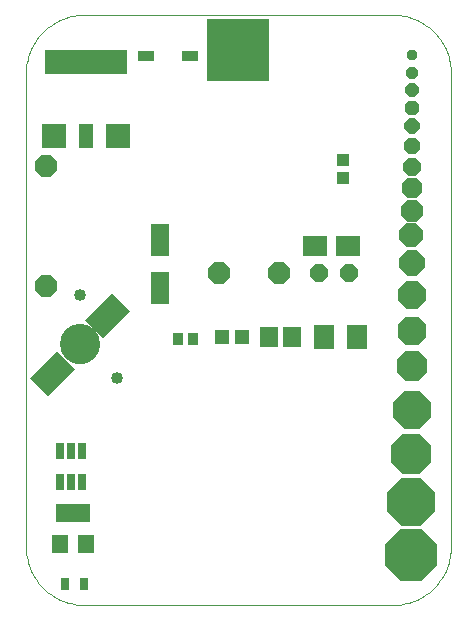
<source format=gts>
G75*
G70*
%OFA0B0*%
%FSLAX24Y24*%
%IPPOS*%
%LPD*%
%AMOC8*
5,1,8,0,0,1.08239X$1,22.5*
%
%ADD10C,0.0004*%
%ADD11OC8,0.0740*%
%ADD12R,0.0395X0.0395*%
%ADD13R,0.0356X0.0434*%
%ADD14R,0.0513X0.0474*%
%ADD15R,0.0592X0.0671*%
%ADD16R,0.0710X0.0789*%
%ADD17R,0.0848X0.0671*%
%ADD18R,0.0297X0.0552*%
%ADD19R,0.1182X0.0631*%
%ADD20R,0.0552X0.0631*%
%ADD21R,0.0828X0.0828*%
%ADD22R,0.0513X0.0828*%
%ADD23R,0.2718X0.0828*%
%ADD24R,0.0552X0.0356*%
%ADD25R,0.0316X0.0395*%
%ADD26OC8,0.0600*%
%ADD27R,0.0631X0.1104*%
%ADD28C,0.0000*%
%ADD29C,0.1340*%
%ADD30R,0.1280X0.0840*%
%ADD31C,0.0398*%
%ADD32R,0.2055X0.2055*%
%ADD33OC8,0.1740*%
%ADD34OC8,0.1582*%
%ADD35OC8,0.1346*%
%ADD36OC8,0.1261*%
%ADD37OC8,0.1025*%
%ADD38OC8,0.0966*%
%ADD39OC8,0.0907*%
%ADD40OC8,0.0848*%
%ADD41OC8,0.0789*%
%ADD42OC8,0.0730*%
%ADD43OC8,0.0671*%
%ADD44OC8,0.0611*%
%ADD45OC8,0.0555*%
%ADD46OC8,0.0516*%
%ADD47OC8,0.0476*%
%ADD48OC8,0.0437*%
%ADD49OC8,0.0397*%
%ADD50OC8,0.0358*%
D10*
X000302Y002170D02*
X000302Y005713D01*
X000302Y017918D01*
X000304Y018012D01*
X000311Y018105D01*
X000322Y018198D01*
X000338Y018291D01*
X000358Y018382D01*
X000382Y018473D01*
X000410Y018562D01*
X000443Y018650D01*
X000480Y018736D01*
X000521Y018820D01*
X000566Y018903D01*
X000615Y018983D01*
X000667Y019060D01*
X000723Y019135D01*
X000783Y019207D01*
X000846Y019277D01*
X000912Y019343D01*
X000982Y019406D01*
X001054Y019466D01*
X001129Y019522D01*
X001206Y019574D01*
X001286Y019623D01*
X001369Y019668D01*
X001453Y019709D01*
X001539Y019746D01*
X001627Y019779D01*
X001716Y019807D01*
X001807Y019831D01*
X001898Y019851D01*
X001991Y019867D01*
X002084Y019878D01*
X002177Y019885D01*
X002271Y019887D01*
X007389Y019887D01*
X012507Y019887D01*
X012601Y019885D01*
X012694Y019878D01*
X012787Y019867D01*
X012880Y019851D01*
X012971Y019831D01*
X013062Y019807D01*
X013151Y019779D01*
X013239Y019746D01*
X013325Y019709D01*
X013409Y019668D01*
X013491Y019623D01*
X013572Y019574D01*
X013649Y019522D01*
X013724Y019466D01*
X013796Y019406D01*
X013866Y019343D01*
X013932Y019277D01*
X013995Y019207D01*
X014055Y019135D01*
X014111Y019060D01*
X014163Y018983D01*
X014212Y018902D01*
X014257Y018820D01*
X014298Y018736D01*
X014335Y018650D01*
X014368Y018562D01*
X014396Y018473D01*
X014420Y018382D01*
X014440Y018291D01*
X014456Y018198D01*
X014467Y018105D01*
X014474Y018012D01*
X014476Y017918D01*
X014476Y005713D01*
X014476Y002170D01*
X014474Y002076D01*
X014467Y001983D01*
X014456Y001890D01*
X014440Y001797D01*
X014420Y001706D01*
X014396Y001615D01*
X014368Y001526D01*
X014335Y001438D01*
X014298Y001352D01*
X014257Y001268D01*
X014212Y001186D01*
X014163Y001105D01*
X014111Y001028D01*
X014055Y000953D01*
X013995Y000881D01*
X013932Y000811D01*
X013866Y000745D01*
X013796Y000682D01*
X013724Y000622D01*
X013649Y000566D01*
X013572Y000514D01*
X013492Y000465D01*
X013409Y000420D01*
X013325Y000379D01*
X013239Y000342D01*
X013151Y000309D01*
X013062Y000281D01*
X012971Y000257D01*
X012880Y000237D01*
X012787Y000221D01*
X012694Y000210D01*
X012601Y000203D01*
X012507Y000201D01*
X012507Y000202D02*
X007389Y000202D01*
X002271Y000202D01*
X002271Y000201D02*
X002177Y000203D01*
X002084Y000210D01*
X001991Y000221D01*
X001898Y000237D01*
X001807Y000257D01*
X001716Y000281D01*
X001627Y000309D01*
X001539Y000342D01*
X001453Y000379D01*
X001369Y000420D01*
X001286Y000465D01*
X001206Y000514D01*
X001129Y000566D01*
X001054Y000622D01*
X000982Y000682D01*
X000912Y000745D01*
X000846Y000811D01*
X000783Y000881D01*
X000723Y000953D01*
X000667Y001028D01*
X000615Y001105D01*
X000566Y001186D01*
X000521Y001268D01*
X000480Y001352D01*
X000443Y001438D01*
X000410Y001526D01*
X000382Y001615D01*
X000358Y001706D01*
X000338Y001797D01*
X000322Y001890D01*
X000311Y001983D01*
X000304Y002076D01*
X000302Y002170D01*
D11*
X000980Y010830D03*
X000980Y014830D03*
X006756Y011270D03*
X008756Y011270D03*
D12*
X010864Y014439D03*
X010864Y015029D03*
D13*
X005884Y009081D03*
X005372Y009081D03*
D14*
X006835Y009132D03*
X007505Y009132D03*
D15*
X008420Y009140D03*
X009168Y009140D03*
D16*
X010230Y009147D03*
X011332Y009147D03*
D17*
X011031Y012178D03*
X009948Y012178D03*
D18*
X002178Y005330D03*
X001804Y005330D03*
X001430Y005330D03*
X001430Y004306D03*
X001804Y004306D03*
X002178Y004306D03*
D19*
X001886Y003264D03*
D20*
X001453Y002241D03*
X002320Y002241D03*
D21*
X003368Y015856D03*
X001242Y015856D03*
D22*
X002305Y015856D03*
D23*
X002305Y018297D03*
D24*
X004310Y018519D03*
X005766Y018519D03*
D25*
X001602Y000921D03*
X002232Y000921D03*
D26*
X010060Y011258D03*
X011060Y011258D03*
D27*
X004763Y010775D03*
X004763Y012389D03*
D28*
X001472Y008902D02*
X001474Y008952D01*
X001480Y009002D01*
X001490Y009051D01*
X001504Y009099D01*
X001521Y009146D01*
X001542Y009191D01*
X001567Y009235D01*
X001595Y009276D01*
X001627Y009315D01*
X001661Y009352D01*
X001698Y009386D01*
X001738Y009416D01*
X001780Y009443D01*
X001824Y009467D01*
X001870Y009488D01*
X001917Y009504D01*
X001965Y009517D01*
X002015Y009526D01*
X002064Y009531D01*
X002115Y009532D01*
X002165Y009529D01*
X002214Y009522D01*
X002263Y009511D01*
X002311Y009496D01*
X002357Y009478D01*
X002402Y009456D01*
X002445Y009430D01*
X002486Y009401D01*
X002525Y009369D01*
X002561Y009334D01*
X002593Y009296D01*
X002623Y009256D01*
X002650Y009213D01*
X002673Y009169D01*
X002692Y009123D01*
X002708Y009075D01*
X002720Y009026D01*
X002728Y008977D01*
X002732Y008927D01*
X002732Y008877D01*
X002728Y008827D01*
X002720Y008778D01*
X002708Y008729D01*
X002692Y008681D01*
X002673Y008635D01*
X002650Y008591D01*
X002623Y008548D01*
X002593Y008508D01*
X002561Y008470D01*
X002525Y008435D01*
X002486Y008403D01*
X002445Y008374D01*
X002402Y008348D01*
X002357Y008326D01*
X002311Y008308D01*
X002263Y008293D01*
X002214Y008282D01*
X002165Y008275D01*
X002115Y008272D01*
X002064Y008273D01*
X002015Y008278D01*
X001965Y008287D01*
X001917Y008300D01*
X001870Y008316D01*
X001824Y008337D01*
X001780Y008361D01*
X001738Y008388D01*
X001698Y008418D01*
X001661Y008452D01*
X001627Y008489D01*
X001595Y008528D01*
X001567Y008569D01*
X001542Y008613D01*
X001521Y008658D01*
X001504Y008705D01*
X001490Y008753D01*
X001480Y008802D01*
X001474Y008852D01*
X001472Y008902D01*
D29*
X002102Y008902D03*
D30*
G36*
X003778Y010013D02*
X002874Y009109D01*
X002280Y009703D01*
X003184Y010607D01*
X003778Y010013D01*
G37*
G36*
X001945Y008080D02*
X001041Y007176D01*
X000447Y007770D01*
X001351Y008674D01*
X001945Y008080D01*
G37*
D31*
X003352Y007777D03*
X002102Y010527D03*
D32*
X007389Y018706D03*
D33*
X013137Y001880D03*
D34*
X013137Y003651D03*
D35*
X013137Y005226D03*
D36*
X013158Y006695D03*
D37*
X013158Y008173D03*
D38*
X013158Y009354D03*
D39*
X013158Y010535D03*
D40*
X013158Y011620D03*
D41*
X013151Y012536D03*
D42*
X013176Y013331D03*
D43*
X013176Y014118D03*
D44*
X013176Y014806D03*
D45*
X013176Y015493D03*
D46*
X013176Y016183D03*
D47*
X013176Y016774D03*
D48*
X013176Y017365D03*
D49*
X013176Y017955D03*
D50*
X013176Y018546D03*
M02*

</source>
